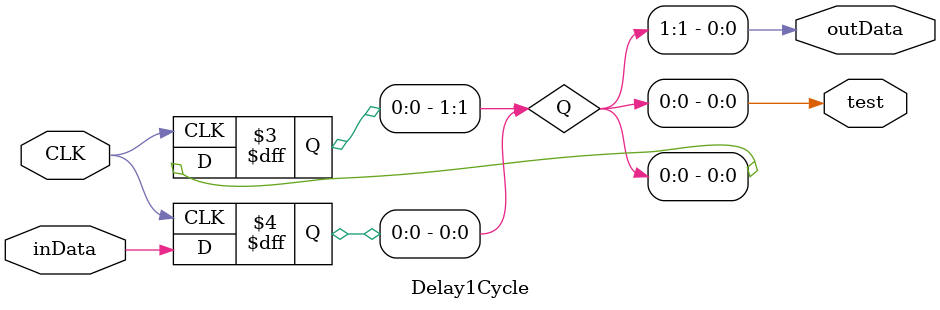
<source format=v>
module Delay1Cycle(
input inData, CLK,
output outData, test
);

reg [1:0] Q;
assign outData = Q[1];
assign test = Q[0];

always@(posedge CLK)begin
	Q[0] <= inData;
end

always@(negedge CLK)begin
	Q[1] <= Q[0];
end

endmodule

</source>
